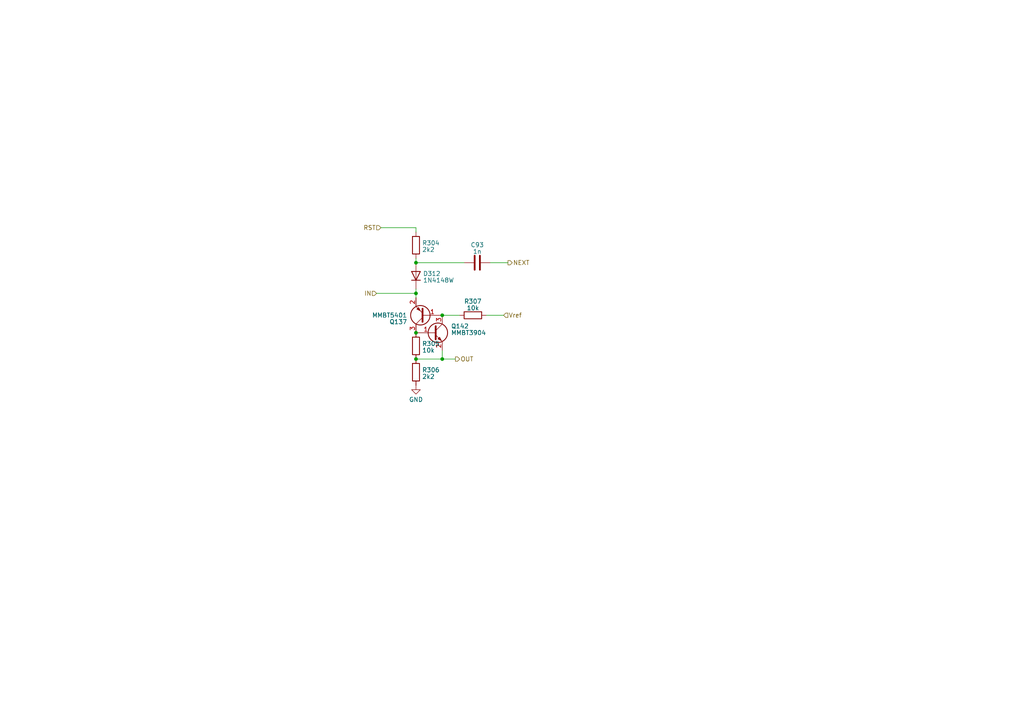
<source format=kicad_sch>
(kicad_sch (version 20230121) (generator eeschema)
  (paper "A4")
  (lib_symbols
    (symbol "Device:C" (pin_numbers hide) (pin_names (offset 0.254))
      (property "Reference" "C" (at 0.635 2.54 0))
      (property "Value" "C" (at 0.635 -2.54 0))
      (symbol "C_0_1"
        (polyline (pts (xy -2.032 -0.762) (xy 2.032 -0.762)) (stroke (width 0.508)))
        (polyline (pts (xy -2.032 0.762) (xy 2.032 0.762)) (stroke (width 0.508)))
      )
      (symbol "C_1_1"
        (pin passive line (at 0 3.81 270) (length 2.794) (name "~") (number "1"))
        (pin passive line (at 0 -3.81 90) (length 2.794) (name "~") (number "2"))
      )
    )
    (symbol "Device:D" (pin_numbers hide) (pin_names (offset 1.016) hide)
      (property "Reference" "D" (at 0 2.54 0))
      (property "Value" "D" (at 0 -2.54 0))
      (symbol "D_0_1"
        (polyline (pts (xy -1.27 1.27) (xy -1.27 -1.27)) (stroke (width 0.254)))
        (polyline (pts (xy 1.27 0) (xy -1.27 0)))
        (polyline (pts (xy 1.27 1.27) (xy 1.27 -1.27) (xy -1.27 0) (xy 1.27 1.27)) (stroke (width 0.254)))
      )
      (symbol "D_1_1"
        (pin passive line (at -3.81 0 0) (length 2.54) (name "K") (number "1"))
        (pin passive line (at 3.81 0 180) (length 2.54) (name "A") (number "2"))
      )
    )
    (symbol "Device:R" (pin_numbers hide) (pin_names (offset 0))
      (property "Reference" "R" (at 2.032 0 90))
      (property "Value" "R" (at 0 0 90))
      (symbol "R_0_1"
        (rectangle (start -1.016 -2.54) (end 1.016 2.54) (stroke (width 0.254)))
      )
      (symbol "R_1_1"
        (pin passive line (at 0 3.81 270) (length 1.27) (name "~") (number "1"))
        (pin passive line (at 0 -3.81 90) (length 1.27) (name "~") (number "2"))
      )
    )
    (symbol "Transistor_BJT:MMBT3904" (pin_names (offset 0) hide)
      (property "Reference" "Q" (at 5.08 1.905 0))
      (property "Value" "MMBT3904" (at 5.08 0 0))
      (symbol "MMBT3904_0_1"
        (polyline (pts (xy 0.635 0.635) (xy 2.54 2.54)))
        (polyline (pts (xy 0.635 -0.635) (xy 2.54 -2.54) (xy 2.54 -2.54)))
        (polyline (pts (xy 0.635 1.905) (xy 0.635 -1.905) (xy 0.635 -1.905)) (stroke (width 0.508)))
        (polyline (pts (xy 1.27 -1.778) (xy 1.778 -1.27) (xy 2.286 -2.286) (xy 1.27 -1.778) (xy 1.27 -1.778)) (fill (type outline)))
        (circle (center 1.27 0) (radius 2.8194) (stroke (width 0.254)))
      )
      (symbol "MMBT3904_1_1"
        (pin input line (at -5.08 0 0) (length 5.715) (name "B") (number "1"))
        (pin passive line (at 2.54 -5.08 90) (length 2.54) (name "E") (number "2"))
        (pin passive line (at 2.54 5.08 270) (length 2.54) (name "C") (number "3"))
      )
    )
    (symbol "Transistor_BJT:MMBT3906" (pin_names (offset 0) hide)
      (property "Reference" "Q" (at 5.08 1.905 0))
      (property "Value" "MMBT3906" (at 5.08 0 0))
      (symbol "MMBT3906_0_1"
        (polyline (pts (xy 0.635 0.635) (xy 2.54 2.54)))
        (polyline (pts (xy 0.635 -0.635) (xy 2.54 -2.54) (xy 2.54 -2.54)))
        (polyline (pts (xy 0.635 1.905) (xy 0.635 -1.905) (xy 0.635 -1.905)) (stroke (width 0.508)))
        (polyline (pts (xy 2.286 -1.778) (xy 1.778 -2.286) (xy 1.27 -1.27) (xy 2.286 -1.778) (xy 2.286 -1.778)) (fill (type outline)))
        (circle (center 1.27 0) (radius 2.8194) (stroke (width 0.254)))
      )
      (symbol "MMBT3906_1_1"
        (pin input line (at -5.08 0 0) (length 5.715) (name "B") (number "1"))
        (pin passive line (at 2.54 -5.08 90) (length 2.54) (name "E") (number "2"))
        (pin passive line (at 2.54 5.08 270) (length 2.54) (name "C") (number "3"))
      )
    )
    (symbol "power:GND" (power) (pin_names (offset 0))
      (property "Value" "GND" (at 0 -3.81 0))
      (symbol "GND_0_1"
        (polyline (pts (xy 0 0) (xy 0 -1.27) (xy 1.27 -1.27) (xy 0 -2.54) (xy -1.27 -1.27) (xy 0 -1.27)))
      )
      (symbol "GND_1_1"
        (pin power_in line (at 0 0 270) (length 0) hide (name "GND") (number "1"))
      )
    )
  )
  (junction (at 120.65 104.14))
  (junction (at 120.65 76.2))
  (junction (at 120.65 85.09))
  (junction (at 128.27 91.44))
  (junction (at 120.65 96.52))
  (junction (at 128.27 104.14))
  (wire (pts (xy 133.35 91.44) (xy 128.27 91.44)))
  (wire (pts (xy 109.22 85.09) (xy 120.65 85.09)))
  (wire (pts (xy 110.49 66.04) (xy 120.65 66.04)))
  (wire (pts (xy 140.97 91.44) (xy 146.05 91.44)))
  (wire (pts (xy 120.65 76.2) (xy 120.65 74.93)))
  (wire (pts (xy 120.65 76.2) (xy 134.62 76.2)))
  (wire (pts (xy 120.65 85.09) (xy 120.65 86.36)))
  (wire (pts (xy 132.08 104.14) (xy 128.27 104.14)))
  (wire (pts (xy 142.24 76.2) (xy 147.32 76.2)))
  (wire (pts (xy 128.27 101.6) (xy 128.27 104.14)))
  (wire (pts (xy 120.65 67.31) (xy 120.65 66.04)))
  (wire (pts (xy 120.65 83.82) (xy 120.65 85.09)))
  (wire (pts (xy 128.27 104.14) (xy 120.65 104.14)))
  (hierarchical_label "RST" (shape input) (at 110.49 66.04 180))
  (hierarchical_label "OUT" (shape output) (at 132.08 104.14 0))
  (hierarchical_label "IN" (shape input) (at 109.22 85.09 180))
  (hierarchical_label "NEXT" (shape output) (at 147.32 76.2 0))
  (hierarchical_label "Vref" (shape input) (at 146.05 91.44 0))
  (symbol (lib_id "Device:R") (at 137.16 91.44 90) (unit 1)
    (property "Reference" "R307" (at 137.16 87.4141 90))
    (property "Value" "10k" (at 137.16 89.3351 90))
    (property "Footprint" "Resistor_SMD:R_0603_1608Metric" (effects hide))
    (property "Assembly" "True" (effects hide))
    (property "LCSC_PN" "C25804" (effects hide))
    (property "Price" "0.0008" (effects hide))
    (instances (project "transistor_clock" (path "" (reference "R307") (unit 1)) (path "" (reference "R151") (unit 1)) (path "" (reference "R113") (unit 1)) (path "" (reference "R147") (unit 1)) (path "" (reference "R165") (unit 1)) (path "" (reference "R31") (unit 1)) (path "" (reference "R311") (unit 1)) (path "" (reference "R83") (unit 1)) (path "" (reference "R217") (unit 1)) (path "" (reference "R27") (unit 1)) (path "" (reference "R157") (unit 1)) (path "" (reference "R107") (unit 1)) (path "" (reference "R39") (unit 1)) (path "" (reference "R326") (unit 1)) (path "" (reference "R227") (unit 1)) (path "" (reference "R246") (unit 1)) (path "" (reference "R207") (unit 1)) (path "" (reference "R123") (unit 1)) (path "" (reference "R319") (unit 1)) (path "" (reference "R315") (unit 1)) (path "" (reference "R71") (unit 1)) (path "" (reference "R103") (unit 1)) (path "" (reference "R179") (unit 1)) (path "" (reference "R23") (unit 1)) (path "" (reference "R299") (unit 1)) (path "" (reference "R295") (unit 1)) (path "" (reference "R291") (unit 1)) (path "" (reference "R283") (unit 1)) (path "" (reference "R279") (unit 1)) (path "" (reference "R175") (unit 1)) (path "" (reference "R303") (unit 1)) (path "" (reference "R35") (unit 1)) (path "" (reference "R77") (unit 1)) (path "" (reference "R63") (unit 1)) (path "" (reference "R97") (unit 1)) (path "" (reference "R15") (unit 1)) (path "" (reference "R287") (unit 1)) (path "" (reference "R275") (unit 1)) (path "" (reference "R221") (unit 1)) (path "" (reference "R139") (unit 1)) (path "" (reference "R167") (unit 1)) (path "" (reference "R135") (unit 1)) (path "" (reference "R89") (unit 1)) (path "" (reference "R189") (unit 1)) (path "" (reference "R193") (unit 1)) (path "" (reference "R183") (unit 1))))
  )
  (symbol (lib_id "Device:R") (at 120.65 71.12 0) (unit 1)
    (property "Reference" "R304" (at 122.428 70.4763 0) (effects (justify left)))
    (property "Value" "2k2" (at 122.428 72.3973 0) (effects (justify left)))
    (property "Footprint" "Resistor_SMD:R_0603_1608Metric" (effects hide))
    (property "Assembly" "True" (effects hide))
    (property "LCSC_PN" "C4190" (effects hide))
    (property "Price" "0.0009" (effects hide))
    (instances (project "transistor_clock" (path "" (reference "R304") (unit 1)) (path "" (reference "R148") (unit 1)) (path "" (reference "R110") (unit 1)) (path "" (reference "R144") (unit 1)) (path "" (reference "R162") (unit 1)) (path "" (reference "R28") (unit 1)) (path "" (reference "R308") (unit 1)) (path "" (reference "R80") (unit 1)) (path "" (reference "R214") (unit 1)) (path "" (reference "R24") (unit 1)) (path "" (reference "R154") (unit 1)) (path "" (reference "R104") (unit 1)) (path "" (reference "R36") (unit 1)) (path "" (reference "R323") (unit 1)) (path "" (reference "R224") (unit 1)) (path "" (reference "R228") (unit 1)) (path "" (reference "R204") (unit 1)) (path "" (reference "R120") (unit 1)) (path "" (reference "R316") (unit 1)) (path "" (reference "R312") (unit 1)) (path "" (reference "R68") (unit 1)) (path "" (reference "R100") (unit 1)) (path "" (reference "R176") (unit 1)) (path "" (reference "R20") (unit 1)) (path "" (reference "R296") (unit 1)) (path "" (reference "R292") (unit 1)) (path "" (reference "R288") (unit 1)) (path "" (reference "R280") (unit 1)) (path "" (reference "R276") (unit 1)) (path "" (reference "R172") (unit 1)) (path "" (reference "R300") (unit 1)) (path "" (reference "R32") (unit 1)) (path "" (reference "R74") (unit 1)) (path "" (reference "R60") (unit 1)) (path "" (reference "R94") (unit 1)) (path "" (reference "R18") (unit 1)) (path "" (reference "R284") (unit 1)) (path "" (reference "R272") (unit 1)) (path "" (reference "R218") (unit 1)) (path "" (reference "R136") (unit 1)) (path "" (reference "R140") (unit 1)) (path "" (reference "R128") (unit 1)) (path "" (reference "R86") (unit 1)) (path "" (reference "R184") (unit 1)) (path "" (reference "R190") (unit 1)) (path "" (reference "R180") (unit 1))))
  )
  (symbol (lib_id "Device:D") (at 120.65 80.01 90) (unit 1)
    (property "Reference" "D312" (at 122.682 79.3663 90) (effects (justify right)))
    (property "Value" "1N4148W" (at 122.682 81.2873 90) (effects (justify right)))
    (property "Footprint" "Diode_SMD:D_SOD-123" (effects hide))
    (property "Sim.Device" "D" (effects hide))
    (property "Sim.Pins" "1=K 2=A" (effects hide))
    (property "Assembly" "True" (effects hide))
    (property "LCSC_PN" "C81598" (effects hide))
    (property "Price" "0.0061" (effects hide))
    (instances (project "transistor_clock" (path "" (reference "D312") (unit 1)) (path "" (reference "D256") (unit 1)) (path "" (reference "D281") (unit 1)) (path "" (reference "D255") (unit 1)) (path "" (reference "D261") (unit 1)) (path "" (reference "D258") (unit 1)) (path "" (reference "D313") (unit 1)) (path "" (reference "D248") (unit 1)) (path "" (reference "D59") (unit 1)) (path "" (reference "D60") (unit 1)) (path "" (reference "D132") (unit 1)) (path "" (reference "D291") (unit 1)) (path "" (reference "D270") (unit 1)) (path "" (reference "D288") (unit 1)) (path "" (reference "D265") (unit 1)) (path "" (reference "D139") (unit 1)) (path "" (reference "D62") (unit 1)) (path "" (reference "D285") (unit 1)) (path "" (reference "D58") (unit 1)) (path "" (reference "D22") (unit 1)) (path "" (reference "D315") (unit 1)) (path "" (reference "D314") (unit 1)) (path "" (reference "D142") (unit 1)) (path "" (reference "D286") (unit 1)) (path "" (reference "D141") (unit 1)) (path "" (reference "D310") (unit 1)) (path "" (reference "D309") (unit 1)) (path "" (reference "D308") (unit 1)) (path "" (reference "D306") (unit 1)) (path "" (reference "D305") (unit 1)) (path "" (reference "D264") (unit 1)) (path "" (reference "D311") (unit 1)) (path "" (reference "D247") (unit 1)) (path "" (reference "D127") (unit 1)) (path "" (reference "D130") (unit 1)) (path "" (reference "D144") (unit 1)) (path "" (reference "D148") (unit 1)) (path "" (reference "D307") (unit 1)) (path "" (reference "D304") (unit 1)) (path "" (reference "D252") (unit 1)) (path "" (reference "D253") (unit 1)) (path "" (reference "D250") (unit 1)) (path "" (reference "D249") (unit 1)) (path "" (reference "D267") (unit 1)) (path "" (reference "D269") (unit 1)) (path "" (reference "D266") (unit 1))))
  )
  (symbol (lib_id "power:GND") (at 120.65 111.76 0) (unit 1)
    (property "Reference" "#PWR0283" (effects hide))
    (property "Value" "GND" (at 120.65 115.8955 0))
    (instances (project "transistor_clock" (path "" (reference "#PWR0283") (unit 1)) (path "" (reference "#PWR0169") (unit 1)) (path "" (reference "#PWR0129") (unit 1)) (path "" (reference "#PWR0168") (unit 1)) (path "" (reference "#PWR0180") (unit 1)) (path "" (reference "#PWR044") (unit 1)) (path "" (reference "#PWR0284") (unit 1)) (path "" (reference "#PWR045") (unit 1)) (path "" (reference "#PWR0217") (unit 1)) (path "" (reference "#PWR043") (unit 1)) (path "" (reference "#PWR0173") (unit 1)) (path "" (reference "#PWR0125") (unit 1)) (path "" (reference "#PWR046") (unit 1)) (path "" (reference "#PWR0198") (unit 1)) (path "" (reference "#PWR0193") (unit 1)) (path "" (reference "#PWR0194") (unit 1)) (path "" (reference "#PWR0207") (unit 1)) (path "" (reference "#PWR0143") (unit 1)) (path "" (reference "#PWR0286") (unit 1)) (path "" (reference "#PWR0285") (unit 1)) (path "" (reference "#PWR097") (unit 1)) (path "" (reference "#PWR0124") (unit 1)) (path "" (reference "#PWR0186") (unit 1)) (path "" (reference "#PWR042") (unit 1)) (path "" (reference "#PWR0281") (unit 1)) (path "" (reference "#PWR0280") (unit 1)) (path "" (reference "#PWR0279") (unit 1)) (path "" (reference "#PWR0277") (unit 1)) (path "" (reference "#PWR0276") (unit 1)) (path "" (reference "#PWR0156") (unit 1)) (path "" (reference "#PWR0282") (unit 1)) (path "" (reference "#PWR016") (unit 1)) (path "" (reference "#PWR0101") (unit 1)) (path "" (reference "#PWR090") (unit 1)) (path "" (reference "#PWR0120") (unit 1)) (path "" (reference "#PWR023") (unit 1)) (path "" (reference "#PWR0278") (unit 1)) (path "" (reference "#PWR0275") (unit 1)) (path "" (reference "#PWR0218") (unit 1)) (path "" (reference "#PWR058") (unit 1)) (path "" (reference "#PWR0105") (unit 1)) (path "" (reference "#PWR055") (unit 1)) (path "" (reference "#PWR049") (unit 1)) (path "" (reference "#PWR0164") (unit 1)) (path "" (reference "#PWR0181") (unit 1)) (path "" (reference "#PWR0163") (unit 1))))
  )
  (symbol (lib_id "Device:R") (at 120.65 100.33 0) (unit 1)
    (property "Reference" "R305" (at 122.428 99.6863 0) (effects (justify left)))
    (property "Value" "10k" (at 122.428 101.6073 0) (effects (justify left)))
    (property "Footprint" "Resistor_SMD:R_0603_1608Metric" (effects hide))
    (property "Assembly" "True" (effects hide))
    (property "LCSC_PN" "C25804" (effects hide))
    (property "Price" "0.0008" (effects hide))
    (instances (project "transistor_clock" (path "" (reference "R305") (unit 1)) (path "" (reference "R149") (unit 1)) (path "" (reference "R111") (unit 1)) (path "" (reference "R145") (unit 1)) (path "" (reference "R163") (unit 1)) (path "" (reference "R29") (unit 1)) (path "" (reference "R309") (unit 1)) (path "" (reference "R81") (unit 1)) (path "" (reference "R215") (unit 1)) (path "" (reference "R25") (unit 1)) (path "" (reference "R155") (unit 1)) (path "" (reference "R105") (unit 1)) (path "" (reference "R37") (unit 1)) (path "" (reference "R324") (unit 1)) (path "" (reference "R225") (unit 1)) (path "" (reference "R229") (unit 1)) (path "" (reference "R205") (unit 1)) (path "" (reference "R121") (unit 1)) (path "" (reference "R317") (unit 1)) (path "" (reference "R313") (unit 1)) (path "" (reference "R69") (unit 1)) (path "" (reference "R101") (unit 1)) (path "" (reference "R177") (unit 1)) (path "" (reference "R21") (unit 1)) (path "" (reference "R297") (unit 1)) (path "" (reference "R293") (unit 1)) (path "" (reference "R289") (unit 1)) (path "" (reference "R281") (unit 1)) (path "" (reference "R277") (unit 1)) (path "" (reference "R173") (unit 1)) (path "" (reference "R301") (unit 1)) (path "" (reference "R33") (unit 1)) (path "" (reference "R75") (unit 1)) (path "" (reference "R61") (unit 1)) (path "" (reference "R95") (unit 1)) (path "" (reference "R15") (unit 1)) (path "" (reference "R285") (unit 1)) (path "" (reference "R273") (unit 1)) (path "" (reference "R219") (unit 1)) (path "" (reference "R137") (unit 1)) (path "" (reference "R141") (unit 1)) (path "" (reference "R129") (unit 1)) (path "" (reference "R87") (unit 1)) (path "" (reference "R185") (unit 1)) (path "" (reference "R191") (unit 1)) (path "" (reference "R181") (unit 1))))
  )
  (symbol (lib_id "Transistor_BJT:MMBT3906") (at 123.19 91.44 180) (unit 1)
    (property "Reference" "Q163" (at 118.11 93.345 0) (effects (justify left)))
    (property "Value" "MMBT5401" (at 118.11 91.44 0) (effects (justify left)))
    (property "Footprint" "Package_TO_SOT_SMD:SOT-23" (effects hide))
    (property "Datasheet" "https://www.onsemi.com/pub/Collateral/2N3906-D.PDF" (effects hide))
    (property "Assembly" "True" (effects hide))
    (property "LCSC_PN" "C8326" (effects hide))
    (property "Price" "0.0137" (effects hide))
    (instances (project "transistor_clock" (path "" (reference "Q137") (unit 1)) (path "" (reference "Q34") (unit 1)) (path "" (reference "Q30") (unit 1)) (path "" (reference "Q16") (unit 1)) (path "" (reference "Q145") (unit 1)) (path "" (reference "Q52") (unit 1)) (path "" (reference "Q133") (unit 1)) (path "" (reference "Q135") (unit 1)) (path "" (reference "Q139") (unit 1)) (path "" (reference "Q141") (unit 1)) (path "" (reference "Q143") (unit 1)) (path "" (reference "Q50") (unit 1)) (path "" (reference "Q70") (unit 1)) (path "" (reference "Q156") (unit 1)) (path "" (reference "Q112") (unit 1)) (path "" (reference "Q114") (unit 1)) (path "" (reference "Q86") (unit 1)) (path "" (reference "Q90") (unit 1)) (path "" (reference "Q95") (unit 1)) (path "" (reference "Q92") (unit 1)) (path "" (reference "Q43") (unit 1)) (path "" (reference "Q64") (unit 1)) (path "" (reference "Q109") (unit 1)) (path "" (reference "Q68") (unit 1)) (path "" (reference "Q131") (unit 1)) (path "" (reference "Q10") (unit 1)) (path "" (reference "Q55") (unit 1)) (path "" (reference "Q47") (unit 1)) (path "" (reference "Q14") (unit 1)) (path "" (reference "Q12") (unit 1)) (path "" (reference "Q40") (unit 1)) (path "" (reference "Q147") (unit 1)) (path "" (reference "Q77") (unit 1)) (path "" (reference "Q81") (unit 1)) (path "" (reference "Q72") (unit 1)) (path "" (reference "Q102") (unit 1)) (path "" (reference "Q74") (unit 1)) (path "" (reference "Q149") (unit 1)) (path "" (reference "Q151") (unit 1)) (path "" (reference "Q153") (unit 1)) (path "" (reference "Q9") (unit 1)) (path "" (reference "Q60") (unit 1)) (path "" (reference "Q107") (unit 1)) (path "" (reference "Q18") (unit 1)) (path "" (reference "Q37") (unit 1)) (path "" (reference "Q88") (unit 1))))
  )
  (symbol (lib_id "Transistor_BJT:MMBT3904") (at 125.73 96.52 0) (unit 1)
    (property "Reference" "Q84" (at 130.81 94.615 0) (effects (justify left)))
    (property "Value" "MMBT3904" (at 130.81 96.52 0) (effects (justify left)))
    (property "Footprint" "Package_TO_SOT_SMD:SOT-23" (effects hide))
    (property "Datasheet" "https://www.onsemi.com/pub/Collateral/2N3903-D.PDF" (effects hide))
    (property "Assembly" "True" (effects hide))
    (property "LCSC_PN" "C20526" (effects hide))
    (property "Price" "0.0094" (effects hide))
    (instances (project "transistor_clock" (path "" (reference "Q142") (unit 1)) (path "" (reference "Q48") (unit 1)) (path "" (reference "Q8") (unit 1)) (path "" (reference "Q152") (unit 1)) (path "" (reference "Q89") (unit 1)) (path "" (reference "Q41") (unit 1)) (path "" (reference "Q146") (unit 1)) (path "" (reference "Q148") (unit 1)) (path "" (reference "Q150") (unit 1)) (path "" (reference "Q132") (unit 1)) (path "" (reference "Q134") (unit 1)) (path "" (reference "Q13") (unit 1)) (path "" (reference "Q61") (unit 1)) (path "" (reference "Q157") (unit 1)) (path "" (reference "Q113") (unit 1)) (path "" (reference "Q155") (unit 1)) (path "" (reference "Q136") (unit 1)) (path "" (reference "Q154") (unit 1)) (path "" (reference "Q144") (unit 1)) (path "" (reference "Q31") (unit 1)) (path "" (reference "Q38") (unit 1)) (path "" (reference "Q19") (unit 1)) (path "" (reference "Q110") (unit 1)) (path "" (reference "Q15") (unit 1)) (path "" (reference "Q138") (unit 1)) (path "" (reference "Q82") (unit 1)) (path "" (reference "Q73") (unit 1)) (path "" (reference "Q103") (unit 1)) (path "" (reference "Q87") (unit 1)) (path "" (reference "Q78") (unit 1)) (path "" (reference "Q17") (unit 1)) (path "" (reference "Q35") (unit 1)) (path "" (reference "Q75") (unit 1)) (path "" (reference "Q108") (unit 1)) (path "" (reference "Q11") (unit 1)) (path "" (reference "Q56") (unit 1)) (path "" (reference "Q53") (unit 1)) (path "" (reference "Q140") (unit 1)) (path "" (reference "Q51") (unit 1)) (path "" (reference "Q69") (unit 1)) (path "" (reference "Q83") (unit 1)) (path "" (reference "Q67") (unit 1)) (path "" (reference "Q44") (unit 1)) (path "" (reference "Q94") (unit 1)) (path "" (reference "Q96") (unit 1)) (path "" (reference "Q91") (unit 1))))
  )
  (symbol (lib_id "Device:C") (at 138.43 76.2 90) (unit 1)
    (property "Reference" "C93" (at 138.43 71.0311 90))
    (property "Value" "1n" (at 138.43 72.9521 90))
    (property "Footprint" "Capacitor_SMD:C_0603_1608Metric" (effects hide))
    (property "LCSC_PN" "C1588" (effects hide))
    (property "Price" "0.0027" (effects hide))
    (instances (project "transistor_clock" (path "" (reference "C93") (unit 1)) (path "" (reference "C48") (unit 1)) (path "" (reference "C62") (unit 1)) (path "" (reference "C47") (unit 1)) (path "" (reference "C50") (unit 1)) (path "" (reference "C49") (unit 1)) (path "" (reference "C94") (unit 1)) (path "" (reference "C11") (unit 1)) (path "" (reference "C9") (unit 1)) (path "" (reference "C10") (unit 1)) (path "" (reference "C25") (unit 1)) (path "" (reference "C55") (unit 1)) (path "" (reference "C52") (unit 1)) (path "" (reference "C54") (unit 1)) (path "" (reference "C53") (unit 1)) (path "" (reference "C32") (unit 1)) (path "" (reference "C12") (unit 1)) (path "" (reference "C63") (unit 1)) (path "" (reference "C8") (unit 1)) (path "" (reference "C1") (unit 1)) (path "" (reference "C96") (unit 1)) (path "" (reference "C95") (unit 1)) (path "" (reference "C34") (unit 1)) (path "" (reference "C64") (unit 1)) (path "" (reference "C33") (unit 1)) (path "" (reference "C91") (unit 1)) (path "" (reference "C90") (unit 1)) (path "" (reference "C89") (unit 1)) (path "" (reference "C87") (unit 1)) (path "" (reference "C86") (unit 1)) (path "" (reference "C44") (unit 1)) (path "" (reference "C92") (unit 1)) (path "" (reference "C3") (unit 1)) (path "" (reference "C23") (unit 1)) (path "" (reference "C24") (unit 1)) (path "" (reference "C35") (unit 1)) (path "" (reference "C40") (unit 1)) (path "" (reference "C88") (unit 1)) (path "" (reference "C85") (unit 1)) (path "" (reference "C18") (unit 1)) (path "" (reference "C26") (unit 1)) (path "" (reference "C16") (unit 1)) (path "" (reference "C14") (unit 1)) (path "" (reference "C46") (unit 1)) (path "" (reference "C51") (unit 1)) (path "" (reference "C45") (unit 1))))
  )
  (symbol (lib_id "Device:R") (at 120.65 107.95 0) (unit 1)
    (property "Reference" "R306" (at 122.428 107.3063 0) (effects (justify left)))
    (property "Value" "2k2" (at 122.428 109.2273 0) (effects (justify left)))
    (property "Footprint" "Resistor_SMD:R_0603_1608Metric" (effects hide))
    (property "Assembly" "True" (effects hide))
    (property "LCSC_PN" "C4190" (effects hide))
    (property "Price" "0.0009" (effects hide))
    (instances (project "transistor_clock" (path "" (reference "R306") (unit 1)) (path "" (reference "R150") (unit 1)) (path "" (reference "R112") (unit 1)) (path "" (reference "R146") (unit 1)) (path "" (reference "R164") (unit 1)) (path "" (reference "R30") (unit 1)) (path "" (reference "R310") (unit 1)) (path "" (reference "R82") (unit 1)) (path "" (reference "R216") (unit 1)) (path "" (reference "R26") (unit 1)) (path "" (reference "R156") (unit 1)) (path "" (reference "R106") (unit 1)) (path "" (reference "R38") (unit 1)) (path "" (reference "R325") (unit 1)) (path "" (reference "R226") (unit 1)) (path "" (reference "R245") (unit 1)) (path "" (reference "R206") (unit 1)) (path "" (reference "R122") (unit 1)) (path "" (reference "R318") (unit 1)) (path "" (reference "R314") (unit 1)) (path "" (reference "R70") (unit 1)) (path "" (reference "R102") (unit 1)) (path "" (reference "R178") (unit 1)) (path "" (reference "R22") (unit 1)) (path "" (reference "R298") (unit 1)) (path "" (reference "R294") (unit 1)) (path "" (reference "R290") (unit 1)) (path "" (reference "R282") (unit 1)) (path "" (reference "R278") (unit 1)) (path "" (reference "R174") (unit 1)) (path "" (reference "R302") (unit 1)) (path "" (reference "R34") (unit 1)) (path "" (reference "R76") (unit 1)) (path "" (reference "R62") (unit 1)) (path "" (reference "R96") (unit 1)) (path "" (reference "R16") (unit 1)) (path "" (reference "R286") (unit 1)) (path "" (reference "R274") (unit 1)) (path "" (reference "R220") (unit 1)) (path "" (reference "R138") (unit 1)) (path "" (reference "R166") (unit 1)) (path "" (reference "R134") (unit 1)) (path "" (reference "R88") (unit 1)) (path "" (reference "R188") (unit 1)) (path "" (reference "R192") (unit 1)) (path "" (reference "R182") (unit 1))))
  )
)
</source>
